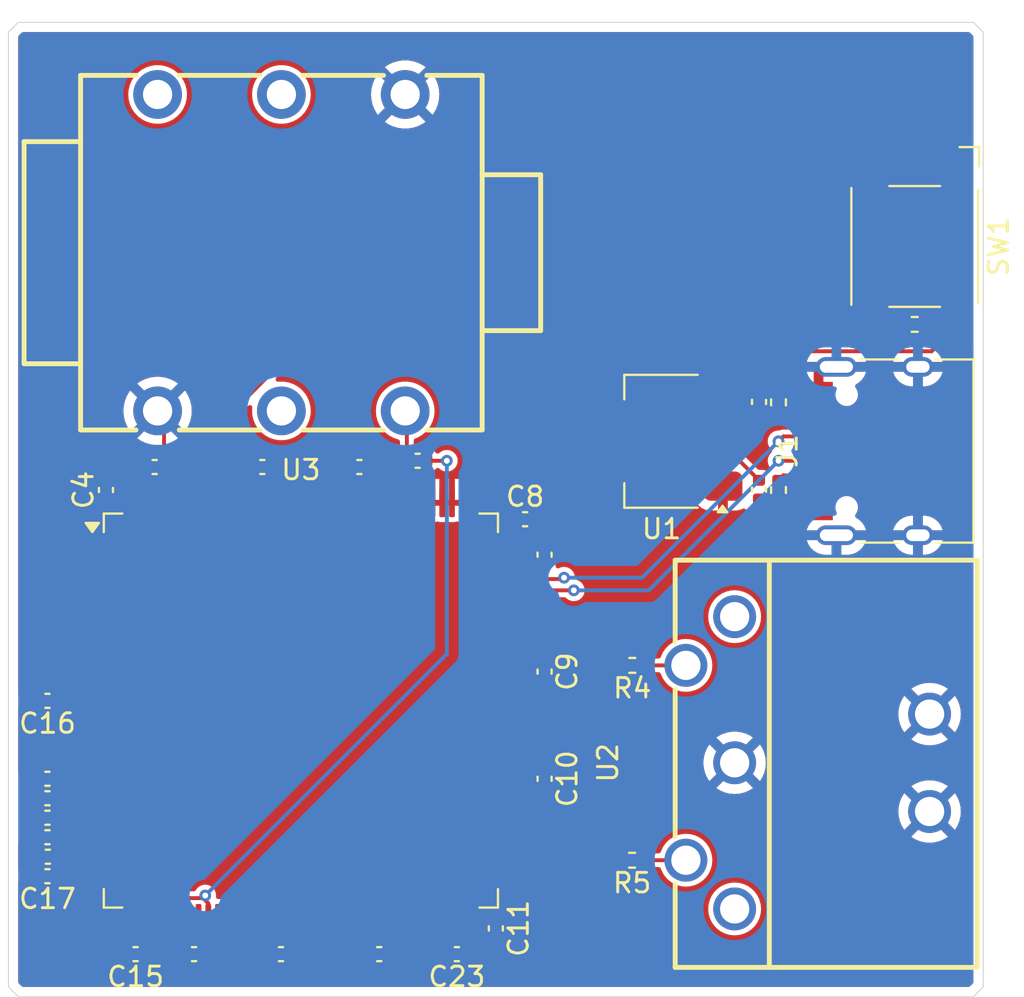
<source format=kicad_pcb>
(kicad_pcb (version 20240108) (generator "pcbnew") (generator_version "8.0")
  (layers (0 "F.Cu" signal) (31 "B.Cu" signal) (34 "B.Paste" user) (35 "F.Paste" user) (36 "B.SilkS" user "B.Silkscreen") (37 "F.SilkS" user "F.Silkscreen") (38 "B.Mask" user) (39 "F.Mask" user) (44 "Edge.Cuts" user))
  (net 0 "")
  (net 1 "GND")
  (net 2 "+3V3")
  (net 3 "VBUS")
  (net 4 "Net-(U3-NRST)")
  (net 5 "Net-(U3-PC4)")
  (net 6 "Net-(U3-PA7)")
  (net 7 "Net-(U3-PA4)")
  (net 8 "Net-(C23-Pad1)")
  (net 9 "Net-(C24-Pad1)")
  (net 10 "Net-(U3-PA11)")
  (net 11 "Net-(J1-CC2)")
  (net 12 "Net-(J1-CC1)")
  (net 13 "Net-(U3-PA12)")
  (net 16 "Net-(U3-BOOT0)")
  (net 17 "Net-(R4-Pad1)")
  (net 18 "Net-(R5-Pad1)")
  (net 19 "Net-(U3-PB14)")
  (net 22 "Net-(CN1-T)")
  (footprint "Capacitor_SMD:C_0402_1005Metric" (layer "F.Cu") (at 52.012792 84.82 180)
    (property "Reference" "C16" (at 0 -1.16 0) (layer "F.SilkS"))
    (property "Value" "100nF")
    (pad "1" smd roundrect (at -0.48 0 180) (size 0.56 0.62) (layers "F.Cu" "F.Paste" "F.Mask") (net 2 "+3V3"))
    (pad "2" smd roundrect (at 0.48 0 180) (size 0.56 0.62) (layers "F.Cu" "F.Paste" "F.Mask") (net 1 "GND"))
  )
  (footprint "Capacitor_SMD:C_0402_1005Metric" (layer "F.Cu") (at 69.032792 97.82)
    (property "Reference" "C12" (hide yes))
    (property "Value" "1uF")
    (pad "1" smd roundrect (at -0.48 0) (size 0.56 0.62) (layers "F.Cu" "F.Paste" "F.Mask") (net 2 "+3V3"))
    (pad "2" smd roundrect (at 0.48 0) (size 0.56 0.62) (layers "F.Cu" "F.Paste" "F.Mask") (net 1 "GND"))
  )
  (footprint "Capacitor_SMD:C_0402_1005Metric" (layer "F.Cu") (at 77.512792 83.32 -90)
    (property "Reference" "C9" (at 0 -1.16 90) (layer "F.SilkS"))
    (property "Value" "100nF")
    (pad "1" smd roundrect (at -0.48 0 270) (size 0.56 0.62) (layers "F.Cu" "F.Paste" "F.Mask") (net 2 "+3V3"))
    (pad "2" smd roundrect (at 0.48 0 270) (size 0.56 0.62) (layers "F.Cu" "F.Paste" "F.Mask") (net 1 "GND"))
  )
  (footprint "Package_QFP:LQFP-144_20x20mm_P0.5mm" (layer "F.Cu") (at 65.012792 85.32)
    (property "Reference" "U3" (at 0 -12.35 0) (layer "F.SilkS"))
    (property "Value" "STM32H743ZITx")
    (pad "1" smd roundrect (at -10.6625 -8.75) (size 1.475 0.3) (layers "F.Cu" "F.Paste" "F.Mask") (net 1 "GND"))
    (pad "2" smd roundrect (at -10.6625 -8.25) (size 1.475 0.3) (layers "F.Cu" "F.Paste" "F.Mask") (net 1 "GND"))
    (pad "3" smd roundrect (at -10.6625 -7.75) (size 1.475 0.3) (layers "F.Cu" "F.Paste" "F.Mask") (net 1 "GND"))
    (pad "4" smd roundrect (at -10.6625 -7.25) (size 1.475 0.3) (layers "F.Cu" "F.Paste" "F.Mask") (net 1 "GND"))
    (pad "5" smd roundrect (at -10.6625 -6.75) (size 1.475 0.3) (layers "F.Cu" "F.Paste" "F.Mask") (net 1 "GND"))
    (pad "6" smd roundrect (at -10.6625 -6.25) (size 1.475 0.3) (layers "F.Cu" "F.Paste" "F.Mask") (net 1 "GND"))
    (pad "7" smd roundrect (at -10.6625 -5.75) (size 1.475 0.3) (layers "F.Cu" "F.Paste" "F.Mask") (net 1 "GND"))
    (pad "8" smd roundrect (at -10.6625 -5.25) (size 1.475 0.3) (layers "F.Cu" "F.Paste" "F.Mask") (net 1 "GND"))
    (pad "9" smd roundrect (at -10.6625 -4.75) (size 1.475 0.3) (layers "F.Cu" "F.Paste" "F.Mask") (net 1 "GND"))
    (pad "10" smd roundrect (at -10.6625 -4.25) (size 1.475 0.3) (layers "F.Cu" "F.Paste" "F.Mask") (net 1 "GND"))
    (pad "11" smd roundrect (at -10.6625 -3.75) (size 1.475 0.3) (layers "F.Cu" "F.Paste" "F.Mask") (net 1 "GND"))
    (pad "12" smd roundrect (at -10.6625 -3.25) (size 1.475 0.3) (layers "F.Cu" "F.Paste" "F.Mask") (net 1 "GND"))
    (pad "13" smd roundrect (at -10.6625 -2.75) (size 1.475 0.3) (layers "F.Cu" "F.Paste" "F.Mask") (net 1 "GND"))
    (pad "14" smd roundrect (at -10.6625 -2.25) (size 1.475 0.3) (layers "F.Cu" "F.Paste" "F.Mask") (net 1 "GND"))
    (pad "15" smd roundrect (at -10.6625 -1.75) (size 1.475 0.3) (layers "F.Cu" "F.Paste" "F.Mask") (net 1 "GND"))
    (pad "16" smd roundrect (at -10.6625 -1.25) (size 1.475 0.3) (layers "F.Cu" "F.Paste" "F.Mask") (net 1 "GND"))
    (pad "17" smd roundrect (at -10.6625 -0.75) (size 1.475 0.3) (layers "F.Cu" "F.Paste" "F.Mask") (net 2 "+3V3"))
    (pad "18" smd roundrect (at -10.6625 -0.25) (size 1.475 0.3) (layers "F.Cu" "F.Paste" "F.Mask") (net 1 "GND"))
    (pad "19" smd roundrect (at -10.6625 0.25) (size 1.475 0.3) (layers "F.Cu" "F.Paste" "F.Mask") (net 1 "GND"))
    (pad "20" smd roundrect (at -10.6625 0.75) (size 1.475 0.3) (layers "F.Cu" "F.Paste" "F.Mask") (net 1 "GND"))
    (pad "21" smd roundrect (at -10.6625 1.25) (size 1.475 0.3) (layers "F.Cu" "F.Paste" "F.Mask") (net 1 "GND"))
    (pad "22" smd roundrect (at -10.6625 1.75) (size 1.475 0.3) (layers "F.Cu" "F.Paste" "F.Mask") (net 1 "GND"))
    (pad "23" smd roundrect (at -10.6625 2.25) (size 1.475 0.3) (layers "F.Cu" "F.Paste" "F.Mask") (net 1 "GND"))
    (pad "24" smd roundrect (at -10.6625 2.75) (size 1.475 0.3) (layers "F.Cu" "F.Paste" "F.Mask") (net 1 "GND"))
    (pad "25" smd roundrect (at -10.6625 3.25) (size 1.475 0.3) (layers "F.Cu" "F.Paste" "F.Mask") (net 4 "Net-(U3-NRST)"))
    (pad "26" smd roundrect (at -10.6625 3.75) (size 1.475 0.3) (layers "F.Cu" "F.Paste" "F.Mask") (net 1 "GND"))
    (pad "27" smd roundrect (at -10.6625 4.25) (size 1.475 0.3) (layers "F.Cu" "F.Paste" "F.Mask") (net 1 "GND"))
    (pad "28" smd roundrect (at -10.6625 4.75) (size 1.475 0.3) (layers "F.Cu" "F.Paste" "F.Mask") (net 1 "GND"))
    (pad "29" smd roundrect (at -10.6625 5.25) (size 1.475 0.3) (layers "F.Cu" "F.Paste" "F.Mask") (net 1 "GND"))
    (pad "30" smd roundrect (at -10.6625 5.75) (size 1.475 0.3) (layers "F.Cu" "F.Paste" "F.Mask") (net 2 "+3V3"))
    (pad "31" smd roundrect (at -10.6625 6.25) (size 1.475 0.3) (layers "F.Cu" "F.Paste" "F.Mask") (net 1 "GND"))
    (pad "32" smd roundrect (at -10.6625 6.75) (size 1.475 0.3) (layers "F.Cu" "F.Paste" "F.Mask") (net 2 "+3V3"))
    (pad "33" smd roundrect (at -10.6625 7.25) (size 1.475 0.3) (layers "F.Cu" "F.Paste" "F.Mask") (net 2 "+3V3"))
    (pad "34" smd roundrect (at -10.6625 7.75) (size 1.475 0.3) (layers "F.Cu" "F.Paste" "F.Mask") (net 1 "GND"))
    (pad "35" smd roundrect (at -10.6625 8.25) (size 1.475 0.3) (layers "F.Cu" "F.Paste" "F.Mask") (net 1 "GND"))
    (pad "36" smd roundrect (at -10.6625 8.75) (size 1.475 0.3) (layers "F.Cu" "F.Paste" "F.Mask") (net 1 "GND"))
    (pad "37" smd roundrect (at -8.75 10.6625) (size 0.3 1.475) (layers "F.Cu" "F.Paste" "F.Mask") (net 1 "GND"))
    (pad "38" smd roundrect (at -8.25 10.6625) (size 0.3 1.475) (layers "F.Cu" "F.Paste" "F.Mask") (net 1 "GND"))
    (pad "39" smd roundrect (at -7.75 10.6625) (size 0.3 1.475) (layers "F.Cu" "F.Paste" "F.Mask") (net 2 "+3V3"))
    (pad "40" smd roundrect (at -7.25 10.6625) (size 0.3 1.475) (layers "F.Cu" "F.Paste" "F.Mask") (net 7 "Net-(U3-PA4)"))
    (pad "41" smd roundrect (at -6.75 10.6625) (size 0.3 1.475) (layers "F.Cu" "F.Paste" "F.Mask") (net 1 "GND"))
    (pad "42" smd roundrect (at -6.25 10.6625) (size 0.3 1.475) (layers "F.Cu" "F.Paste" "F.Mask") (net 1 "GND"))
    (pad "43" smd roundrect (at -5.75 10.6625) (size 0.3 1.475) (layers "F.Cu" "F.Paste" "F.Mask") (net 6 "Net-(U3-PA7)"))
    (pad "44" smd roundrect (at -5.25 10.6625) (size 0.3 1.475) (layers "F.Cu" "F.Paste" "F.Mask") (net 5 "Net-(U3-PC4)"))
    (pad "45" smd roundrect (at -4.75 10.6625) (size 0.3 1.475) (layers "F.Cu" "F.Paste" "F.Mask") (net 7 "Net-(U3-PA4)"))
    (pad "46" smd roundrect (at -4.25 10.6625) (size 0.3 1.475) (layers "F.Cu" "F.Paste" "F.Mask") (net 1 "GND"))
    (pad "47" smd roundrect (at -3.75 10.6625) (size 0.3 1.475) (layers "F.Cu" "F.Paste" "F.Mask") (net 1 "GND"))
    (pad "48" smd roundrect (at -3.25 10.6625) (size 0.3 1.475) (layers "F.Cu" "F.Paste" "F.Mask") (net 1 "GND"))
    (pad "49" smd roundrect (at -2.75 10.6625) (size 0.3 1.475) (layers "F.Cu" "F.Paste" "F.Mask") (net 1 "GND"))
    (pad "50" smd roundrect (at -2.25 10.6625) (size 0.3 1.475) (layers "F.Cu" "F.Paste" "F.Mask") (net 1 "GND"))
    (pad "51" smd roundrect (at -1.75 10.6625) (size 0.3 1.475) (layers "F.Cu" "F.Paste" "F.Mask") (net 1 "GND"))
    (pad "52" smd roundrect (at -1.25 10.6625) (size 0.3 1.475) (layers "F.Cu" "F.Paste" "F.Mask") (net 2 "+3V3"))
    (pad "53" smd roundrect (at -0.75 10.6625) (size 0.3 1.475) (layers "F.Cu" "F.Paste" "F.Mask") (net 1 "GND"))
    (pad "54" smd roundrect (at -0.25 10.6625) (size 0.3 1.475) (layers "F.Cu" "F.Paste" "F.Mask") (net 1 "GND"))
    (pad "55" smd roundrect (at 0.25 10.6625) (size 0.3 1.475) (layers "F.Cu" "F.Paste" "F.Mask") (net 1 "GND"))
    (pad "56" smd roundrect (at 0.75 10.6625) (size 0.3 1.475) (layers "F.Cu" "F.Paste" "F.Mask") (net 1 "GND"))
    (pad "57" smd roundrect (at 1.25 10.6625) (size 0.3 1.475) (layers "F.Cu" "F.Paste" "F.Mask") (net 1 "GND"))
    (pad "58" smd roundrect (at 1.75 10.6625) (size 0.3 1.475) (layers "F.Cu" "F.Paste" "F.Mask") (net 1 "GND"))
    (pad "59" smd roundrect (at 2.25 10.6625) (size 0.3 1.475) (layers "F.Cu" "F.Paste" "F.Mask") (net 1 "GND"))
    (pad "60" smd roundrect (at 2.75 10.6625) (size 0.3 1.475) (layers "F.Cu" "F.Paste" "F.Mask") (net 1 "GND"))
    (pad "61" smd roundrect (at 3.25 10.6625) (size 0.3 1.475) (layers "F.Cu" "F.Paste" "F.Mask") (net 1 "GND"))
    (pad "62" smd roundrect (at 3.75 10.6625) (size 0.3 1.475) (layers "F.Cu" "F.Paste" "F.Mask") (net 2 "+3V3"))
    (pad "63" smd roundrect (at 4.25 10.6625) (size 0.3 1.475) (layers "F.Cu" "F.Paste" "F.Mask") (net 1 "GND"))
    (pad "64" smd roundrect (at 4.75 10.6625) (size 0.3 1.475) (layers "F.Cu" "F.Paste" "F.Mask") (net 1 "GND"))
    (pad "65" smd roundrect (at 5.25 10.6625) (size 0.3 1.475) (layers "F.Cu" "F.Paste" "F.Mask") (net 1 "GND"))
    (pad "66" smd roundrect (at 5.75 10.6625) (size 0.3 1.475) (layers "F.Cu" "F.Paste" "F.Mask") (net 1 "GND"))
    (pad "67" smd roundrect (at 6.25 10.6625) (size 0.3 1.475) (layers "F.Cu" "F.Paste" "F.Mask") (net 1 "GND"))
    (pad "68" smd roundrect (at 6.75 10.6625) (size 0.3 1.475) (layers "F.Cu" "F.Paste" "F.Mask") (net 1 "GND"))
    (pad "69" smd roundrect (at 7.25 10.6625) (size 0.3 1.475) (layers "F.Cu" "F.Paste" "F.Mask") (net 1 "GND"))
    (pad "70" smd roundrect (at 7.75 10.6625) (size 0.3 1.475) (layers "F.Cu" "F.Paste" "F.Mask") (net 1 "GND"))
    (pad "71" smd roundrect (at 8.25 10.6625) (size 0.3 1.475) (layers "F.Cu" "F.Paste" "F.Mask") (net 8 "Net-(C23-Pad1)"))
    (pad "72" smd roundrect (at 8.75 10.6625) (size 0.3 1.475) (layers "F.Cu" "F.Paste" "F.Mask") (net 2 "+3V3"))
    (pad "73" smd roundrect (at 10.6625 8.75) (size 1.475 0.3) (layers "F.Cu" "F.Paste" "F.Mask") (net 1 "GND"))
    (pad "74" smd roundrect (at 10.6625 8.25) (size 1.475 0.3) (layers "F.Cu" "F.Paste" "F.Mask") (net 1 "GND"))
    (pad "75" smd roundrect (at 10.6625 7.75) (size 1.475 0.3) (layers "F.Cu" "F.Paste" "F.Mask") (net 19 "Net-(U3-PB14)"))
    (pad "76" smd roundrect (at 10.6625 7.25) (size 1.475 0.3) (layers "F.Cu" "F.Paste" "F.Mask") (net 1 "GND"))
    (pad "77" smd roundrect (at 10.6625 6.75) (size 1.475 0.3) (layers "F.Cu" "F.Paste" "F.Mask") (net 1 "GND"))
    (pad "78" smd roundrect (at 10.6625 6.25) (size 1.475 0.3) (layers "F.Cu" "F.Paste" "F.Mask") (net 1 "GND"))
    (pad "79" smd roundrect (at 10.6625 5.75) (size 1.475 0.3) (layers "F.Cu" "F.Paste" "F.Mask") (net 1 "GND"))
    (pad "80" smd roundrect (at 10.6625 5.25) (size 1.475 0.3) (layers "F.Cu" "F.Paste" "F.Mask") (net 1 "GND"))
    (pad "81" smd roundrect (at 10.6625 4.75) (size 1.475 0.3) (layers "F.Cu" "F.Paste" "F.Mask") (net 1 "GND"))
    (pad "82" smd roundrect (at 10.6625 4.25) (size 1.475 0.3) (layers "F.Cu" "F.Paste" "F.Mask") (net 1 "GND"))
    (pad "83" smd roundrect (at 10.6625 3.75) (size 1.475 0.3) (layers "F.Cu" "F.Paste" "F.Mask") (net 1 "GND"))
    (pad "84" smd roundrect (at 10.6625 3.25) (size 1.475 0.3) (layers "F.Cu" "F.Paste" "F.Mask") (net 2 "+3V3"))
    (pad "85" smd roundrect (at 10.6625 2.75) (size 1.475 0.3) (layers "F.Cu" "F.Paste" "F.Mask") (net 1 "GND"))
    (pad "86" smd roundrect (at 10.6625 2.25) (size 1.475 0.3) (layers "F.Cu" "F.Paste" "F.Mask") (net 1 "GND"))
    (pad "87" smd roundrect (at 10.6625 1.75) (size 1.475 0.3) (layers "F.Cu" "F.Paste" "F.Mask") (net 1 "GND"))
    (pad "88" smd roundrect (at 10.6625 1.25) (size 1.475 0.3) (layers "F.Cu" "F.Paste" "F.Mask") (net 1 "GND"))
    (pad "89" smd roundrect (at 10.6625 0.75) (size 1.475 0.3) (layers "F.Cu" "F.Paste" "F.Mask") (net 1 "GND"))
    (pad "90" smd roundrect (at 10.6625 0.25) (size 1.475 0.3) (layers "F.Cu" "F.Paste" "F.Mask") (net 1 "GND"))
    (pad "91" smd roundrect (at 10.6625 -0.25) (size 1.475 0.3) (layers "F.Cu" "F.Paste" "F.Mask") (net 1 "GND"))
    (pad "92" smd roundrect (at 10.6625 -0.75) (size 1.475 0.3) (layers "F.Cu" "F.Paste" "F.Mask") (net 1 "GND"))
    (pad "93" smd roundrect (at 10.6625 -1.25) (size 1.475 0.3) (layers "F.Cu" "F.Paste" "F.Mask") (net 1 "GND"))
    (pad "94" smd roundrect (at 10.6625 -1.75) (size 1.475 0.3) (layers "F.Cu" "F.Paste" "F.Mask") (net 1 "GND"))
    (pad "95" smd roundrect (at 10.6625 -2.25) (size 1.475 0.3) (layers "F.Cu" "F.Paste" "F.Mask") (net 2 "+3V3"))
    (pad "96" smd roundrect (at 10.6625 -2.75) (size 1.475 0.3) (layers "F.Cu" "F.Paste" "F.Mask") (net 1 "GND"))
    (pad "97" smd roundrect (at 10.6625 -3.25) (size 1.475 0.3) (layers "F.Cu" "F.Paste" "F.Mask") (net 1 "GND"))
    (pad "98" smd roundrect (at 10.6625 -3.75) (size 1.475 0.3) (layers "F.Cu" "F.Paste" "F.Mask") (net 1 "GND"))
    (pad "99" smd roundrect (at 10.6625 -4.25) (size 1.475 0.3) (layers "F.Cu" "F.Paste" "F.Mask") (net 1 "GND"))
    (pad "100" smd roundrect (at 10.6625 -4.75) (size 1.475 0.3) (layers "F.Cu" "F.Paste" "F.Mask") (net 1 "GND"))
    (pad "101" smd roundrect (at 10.6625 -5.25) (size 1.475 0.3) (layers "F.Cu" "F.Paste" "F.Mask") (net 1 "GND"))
    (pad "102" smd roundrect (at 10.6625 -5.75) (size 1.475 0.3) (layers "F.Cu" "F.Paste" "F.Mask") (net 1 "GND"))
    (pad "103" smd roundrect (at 10.6625 -6.25) (size 1.475 0.3) (layers "F.Cu" "F.Paste" "F.Mask") (net 10 "Net-(U3-PA11)"))
    (pad "104" smd roundrect (at 10.6625 -6.75) (size 1.475 0.3) (layers "F.Cu" "F.Paste" "F.Mask") (net 13 "Net-(U3-PA12)"))
    (pad "105" smd roundrect (at 10.6625 -7.25) (size 1.475 0.3) (layers "F.Cu" "F.Paste" "F.Mask") (net 1 "GND"))
    (pad "106" smd roundrect (at 10.6625 -7.75) (size 1.475 0.3) (layers "F.Cu" "F.Paste" "F.Mask") (net 9 "Net-(C24-Pad1)"))
    (pad "107" smd roundrect (at 10.6625 -8.25) (size 1.475 0.3) (layers "F.Cu" "F.Paste" "F.Mask") (net 1 "GND"))
    (pad "108" smd roundrect (at 10.6625 -8.75) (size 1.475 0.3) (layers "F.Cu" "F.Paste" "F.Mask") (net 2 "+3V3"))
    (pad "109" smd roundrect (at 8.75 -10.6625) (size 0.3 1.475) (layers "F.Cu" "F.Paste" "F.Mask") (net 1 "GND"))
    (pad "110" smd roundrect (at 8.25 -10.6625) (size 0.3 1.475) (layers "F.Cu" "F.Paste" "F.Mask") (net 1 "GND"))
    (pad "111" smd roundrect (at 7.75 -10.6625) (size 0.3 1.475) (layers "F.Cu" "F.Paste" "F.Mask") (net 1 "GND"))
    (pad "112" smd roundrect (at 7.25 -10.6625) (size 0.3 1.475) (layers "F.Cu" "F.Paste" "F.Mask") (net 1 "GND"))
    (pad "113" smd roundrect (at 6.75 -10.6625) (size 0.3 1.475) (layers "F.Cu" "F.Paste" "F.Mask") (net 1 "GND"))
    (pad "114" smd roundrect (at 6.25 -10.6625) (size 0.3 1.475) (layers "F.Cu" "F.Paste" "F.Mask") (net 1 "GND"))
    (pad "115" smd roundrect (at 5.75 -10.6625) (size 0.3 1.475) (layers "F.Cu" "F.Paste" "F.Mask") (net 1 "GND"))
    (pad "116" smd roundrect (at 5.25 -10.6625) (size 0.3 1.475) (layers "F.Cu" "F.Paste" "F.Mask") (net 1 "GND"))
    (pad "117" smd roundrect (at 4.75 -10.6625) (size 0.3 1.475) (layers "F.Cu" "F.Paste" "F.Mask") (net 1 "GND"))
    (pad "118" smd roundrect (at 4.25 -10.6625) (size 0.3 1.475) (layers "F.Cu" "F.Paste" "F.Mask") (net 1 "GND"))
    (pad "119" smd roundrect (at 3.75 -10.6625) (size 0.3 1.475) (layers "F.Cu" "F.Paste" "F.Mask") (net 1 "GND"))
    (pad "120" smd roundrect (at 3.25 -10.6625) (size 0.3 1.475) (layers "F.Cu" "F.Paste" "F.Mask") (net 1 "GND"))
    (pad "121" smd roundrect (at 2.75 -10.6625) (size 0.3 1.475) (layers "F.Cu" "F.Paste" "F.Mask") (net 2 "+3V3"))
    (pad "122" smd roundrect (at 2.25 -10.6625) (size 0.3 1.475) (layers "F.Cu" "F.Paste" "F.Mask") (net 1 "GND"))
    (pad "123" smd roundrect (at 1.75 -10.6625) (size 0.3 1.475) (layers "F.Cu" "F.Paste" "F.Mask") (net 1 "GND"))
    (pad "124" smd roundrect (at 1.25 -10.6625) (size 0.3 1.475) (layers "F.Cu" "F.Paste" "F.Mask") (net 1 "GND"))
    (pad "125" smd roundrect (at 0.75 -10.6625) (size 0.3 1.475) (layers "F.Cu" "F.Paste" "F.Mask") (net 1 "GND"))
    (pad "126" smd roundrect (at 0.25 -10.6625) (size 0.3 1.475) (layers "F.Cu" "F.Paste" "F.Mask") (net 1 "GND"))
    (pad "127" smd roundrect (at -0.25 -10.6625) (size 0.3 1.475) (layers "F.Cu" "F.Paste" "F.Mask") (net 1 "GND"))
    (pad "128" smd roundrect (at -0.75 -10.6625) (size 0.3 1.475) (layers "F.Cu" "F.Paste" "F.Mask") (net 1 "GND"))
    (pad "129" smd roundrect (at -1.25 -10.6625) (size 0.3 1.475) (layers "F.Cu" "F.Paste" "F.Mask") (net 1 "GND"))
    (pad "130" smd roundrect (at -1.75 -10.6625) (size 0.3 1.475) (layers "F.Cu" "F.Paste" "F.Mask") (net 1 "GND"))
    (pad "131" smd roundrect (at -2.25 -10.6625) (size 0.3 1.475) (layers "F.Cu" "F.Paste" "F.Mask") (net 2 "+3V3"))
    (pad "132" smd roundrect (at -2.75 -10.6625) (size 0.3 1.475) (layers "F.Cu" "F.Paste" "F.Mask") (net 1 "GND"))
    (pad "133" smd roundrect (at -3.25 -10.6625) (size 0.3 1.475) (layers "F.Cu" "F.Paste" "F.Mask") (net 1 "GND"))
    (pad "134" smd roundrect (at -3.75 -10.6625) (size 0.3 1.475) (layers "F.Cu" "F.Paste" "F.Mask") (net 1 "GND"))
    (pad "135" smd roundrect (at -4.25 -10.6625) (size 0.3 1.475) (layers "F.Cu" "F.Paste" "F.Mask") (net 1 "GND"))
    (pad "136" smd roundrect (at -4.75 -10.6625) (size 0.3 1.475) (layers "F.Cu" "F.Paste" "F.Mask") (net 1 "GND"))
    (pad "137" smd roundrect (at -5.25 -10.6625) (size 0.3 1.475) (layers "F.Cu" "F.Paste" "F.Mask") (net 1 "GND"))
    (pad "138" smd roundrect (at -5.75 -10.6625) (size 0.3 1.475) (layers "F.Cu" "F.Paste" "F.Mask") (net 16 "Net-(U3-BOOT0)"))
    (pad "139" smd roundrect (at -6.25 -10.6625) (size 0.3 1.475) (layers "F.Cu" "F.Paste" "F.Mask") (net 1 "GND"))
    (pad "140" smd roundrect (at -6.75 -10.6625) (size 0.3 1.475) (layers "F.Cu" "F.Paste" "F.Mask") (net 1 "GND"))
    (pad "141" smd roundrect (at -7.25 -10.6625) (size 0.3 1.475) (layers "F.Cu" "F.Paste" "F.Mask") (net 1 "GND"))
    (pad "142" smd roundrect (at -7.75 -10.6625) (size 0.3 1.475) (layers "F.Cu" "F.Paste" "F.Mask") (net 1 "GND"))
    (pad "143" smd roundrect (at -8.25 -10.6625) (size 0.3 1.475) (layers "F.Cu" "F.Paste" "F.Mask") (net 2 "+3V3"))
    (pad "144" smd roundrect (at -8.75 -10.6625) (size 0.3 1.475) (layers "F.Cu" "F.Paste" "F.Mask") (net 2 "+3V3"))
  )
  (footprint "Capacitor_SMD:C_0402_1005Metric" (layer "F.Cu") (at 88.512792 73.98 -90)
    (property "Reference" "C19" (hide yes))
    (property "Value" "10uF")
    (pad "1" smd roundrect (at -0.48 0 270) (size 0.56 0.62) (layers "F.Cu" "F.Paste" "F.Mask") (net 2 "+3V3"))
    (pad "2" smd roundrect (at 0.48 0 270) (size 0.56 0.62) (layers "F.Cu" "F.Paste" "F.Mask") (net 1 "GND"))
  )
  (footprint "Resistor_SMD:R_0402_1005Metric" (layer "F.Cu") (at 89.512792 74 -90)
    (property "Reference" "R3" (hide yes))
    (property "Value" "5.1K")
    (pad "1" smd roundrect (at -0.51 0 270) (size 0.54 0.64) (layers "F.Cu" "F.Paste" "F.Mask") (net 12 "Net-(J1-CC1)"))
    (pad "2" smd roundrect (at 0.51 0 270) (size 0.54 0.64) (layers "F.Cu" "F.Paste" "F.Mask") (net 1 "GND"))
  )
  (footprint "audio:AUDIO-TH_NMJ6HCD2" (layer "F.Cu") (at 64.012792 61.82 180)
    (property "Reference" "CN1" (hide yes))
    (property "Value" "NMJ6HCD2")
    (pad "1" thru_hole circle (at -6.35 -8.12 180) (size 2.5 2.5) (drill 1.500022) (layers "*.Cu" "*.Mask") (net 22 "Net-(CN1-T)"))
    (pad "2" thru_hole circle (at 0 -8.12 180) (size 2.5 2.5) (drill 1.500022) (layers "*.Cu" "*.Mask"))
    (pad "3" thru_hole circle (at 6.35 -8.12 180) (size 2.5 2.5) (drill 1.500022) (layers "*.Cu" "*.Mask") (net 1 "GND"))
    (pad "4" thru_hole circle (at -6.35 8.12 180) (size 2.5 2.5) (drill 1.500022) (layers "*.Cu" "*.Mask") (net 1 "GND"))
    (pad "5" thru_hole circle (at 0 8.12 180) (size 2.5 2.5) (drill 1.500022) (layers "*.Cu" "*.Mask"))
    (pad "6" thru_hole circle (at 6.35 8.12 180) (size 2.5 2.5) (drill 1.500022) (layers "*.Cu" "*.Mask"))
  )
  (footprint "Capacitor_SMD:C_0402_1005Metric" (layer "F.Cu") (at 57.512792 72.82)
    (property "Reference" "C5" (hide yes))
    (property "Value" "100nF")
    (pad "1" smd roundrect (at -0.48 0) (size 0.56 0.62) (layers "F.Cu" "F.Paste" "F.Mask") (net 2 "+3V3"))
    (pad "2" smd roundrect (at 0.48 0) (size 0.56 0.62) (layers "F.Cu" "F.Paste" "F.Mask") (net 1 "GND"))
  )
  (footprint "Button_Switch_SMD:SW_SPST_Omron_B3FS-100xP" (layer "F.Cu") (at 96.5 61.5 -90)
    (property "Reference" "SW1" (at 0 -4.3 90) (layer "F.SilkS"))
    (property "Value" "SW_Omron_B3FS")
    (pad "1" smd rect (at -4 -2.25 90) (size 1.6 1.4) (layers "F.Cu" "F.Paste" "F.Mask") (net 2 "+3V3"))
    (pad "1" smd rect (at 4 -2.25 90) (size 1.6 1.4) (layers "F.Cu" "F.Paste" "F.Mask") (net 2 "+3V3"))
    (pad "2" smd rect (at -4 2.25 90) (size 1.6 1.4) (layers "F.Cu" "F.Paste" "F.Mask") (net 16 "Net-(U3-BOOT0)"))
    (pad "2" smd rect (at 4 2.25 90) (size 1.6 1.4) (layers "F.Cu" "F.Paste" "F.Mask") (net 16 "Net-(U3-BOOT0)"))
  )
  (footprint "Connector_USB:USB_C_Receptacle_HRO_TYPE-C-31-M-12" (layer "F.Cu") (at 95.612792 72 90)
    (property "Reference" "J1" (at 0 -5.645 90) (layer "F.SilkS"))
    (property "Value" "USB_C_Receptacle_USB2.0_16P")
    (pad "" np_thru_hole circle (at -2.89 -2.6 90) (size 0.65 0.65) (drill 0.65) (layers "*.Cu" "*.Mask"))
    (pad "" np_thru_hole circle (at 2.89 -2.6 90) (size 0.65 0.65) (drill 0.65) (layers "*.Cu" "*.Mask"))
    (pad "A1" smd rect (at -3.25 -4.045 90) (size 0.6 1.45) (layers "F.Cu" "F.Paste" "F.Mask") (net 1 "GND"))
    (pad "A4" smd rect (at -2.45 -4.045 90) (size 0.6 1.45) (layers "F.Cu" "F.Paste" "F.Mask") (net 3 "VBUS"))
    (pad "A5" smd rect (at -1.25 -4.045 90) (size 0.3 1.45) (layers "F.Cu" "F.Paste" "F.Mask") (net 12 "Net-(J1-CC1)"))
    (pad "A6" smd rect (at -0.25 -4.045 90) (size 0.3 1.45) (layers "F.Cu" "F.Paste" "F.Mask") (net 13 "Net-(U3-PA12)"))
    (pad "A7" smd rect (at 0.25 -4.045 90) (size 0.3 1.45) (layers "F.Cu" "F.Paste" "F.Mask") (net 10 "Net-(U3-PA11)"))
    (pad "A8" smd rect (at 1.25 -4.045 90) (size 0.3 1.45) (layers "F.Cu" "F.Paste" "F.Mask"))
    (pad "A9" smd rect (at 2.45 -4.045 90) (size 0.6 1.45) (layers "F.Cu" "F.Paste" "F.Mask") (net 3 "VBUS"))
    (pad "A12" smd rect (at 3.25 -4.045 90) (size 0.6 1.45) (layers "F.Cu" "F.Paste" "F.Mask") (net 1 "GND"))
    (pad "B1" smd rect (at 3.25 -4.045 90) (size 0.6 1.45) (layers "F.Cu" "F.Paste" "F.Mask") (net 1 "GND"))
    (pad "B4" smd rect (at 2.45 -4.045 90) (size 0.6 1.45) (layers "F.Cu" "F.Paste" "F.Mask") (net 3 "VBUS"))
    (pad "B5" smd rect (at 1.75 -4.045 90) (size 0.3 1.45) (layers "F.Cu" "F.Paste" "F.Mask") (net 11 "Net-(J1-CC2)"))
    (pad "B6" smd rect (at 0.75 -4.045 90) (size 0.3 1.45) (layers "F.Cu" "F.Paste" "F.Mask") (net 13 "Net-(U3-PA12)"))
    (pad "B7" smd rect (at -0.75 -4.045 90) (size 0.3 1.45) (layers "F.Cu" "F.Paste" "F.Mask") (net 10 "Net-(U3-PA11)"))
    (pad "B8" smd rect (at -1.75 -4.045 90) (size 0.3 1.45) (layers "F.Cu" "F.Paste" "F.Mask"))
    (pad "B9" smd rect (at -2.45 -4.045 90) (size 0.6 1.45) (layers "F.Cu" "F.Paste" "F.Mask") (net 3 "VBUS"))
    (pad "B12" smd rect (at -3.25 -4.045 90) (size 0.6 1.45) (layers "F.Cu" "F.Paste" "F.Mask") (net 1 "GND"))
    (pad "S1" thru_hole oval (at -4.32 -3.13 90) (size 1 2.1) (drill oval 0.6 1.7) (layers "*.Cu" "*.Mask") (net 1 "GND"))
    (pad "S1" thru_hole oval (at -4.32 1.05 90) (size 1 1.6) (drill oval 0.6 1.2) (layers "*.Cu" "*.Mask") (net 1 "GND"))
    (pad "S1" thru_hole oval (at 4.32 -3.13 90) (size 1 2.1) (drill oval 0.6 1.7) (layers "*.Cu" "*.Mask") (net 1 "GND"))
    (pad "S1" thru_hole oval (at 4.32 1.05 90) (size 1 1.6) (drill oval 0.6 1.2) (layers "*.Cu" "*.Mask") (net 1 "GND"))
  )
  (footprint "Resistor_SMD:R_0402_1005Metric" (layer "F.Cu") (at 89.512792 69.5 90)
    (property "Reference" "R2" (hide yes))
    (property "Value" "5.1K")
    (pad "1" smd roundrect (at -0.51 0 90) (size 0.54 0.64) (layers "F.Cu" "F.Paste" "F.Mask") (net 11 "Net-(J1-CC2)"))
    (pad "2" smd roundrect (at 0.51 0 90) (size 0.54 0.64) (layers "F.Cu" "F.Paste" "F.Mask") (net 1 "GND"))
  )
  (footprint "Resistor_SMD:R_0402_1005Metric" (layer "F.Cu") (at 96.5 65.5)
    (property "Reference" "R1" (hide yes))
    (property "Value" "10K")
    (pad "1" smd roundrect (at -0.51 0) (size 0.54 0.64) (layers "F.Cu" "F.Paste" "F.Mask") (net 16 "Net-(U3-BOOT0)"))
    (pad "2" smd roundrect (at 0.51 0) (size 0.54 0.64) (layers "F.Cu" "F.Paste" "F.Mask") (net 1 "GND"))
  )
  (footprint "Capacitor_SMD:C_0402_1005Metric" (layer "F.Cu") (at 52.032792 92.82 180)
    (property "Reference" "C1" (hide yes))
    (property "Value" "100nF")
    (pad "1" smd roundrect (at -0.48 0 180) (size 0.56 0.62) (layers "F.Cu" "F.Paste" "F.Mask") (net 2 "+3V3"))
    (pad "2" smd roundrect (at 0.48 0 180) (size 0.56 0.62) (layers "F.Cu" "F.Paste" "F.Mask") (net 1 "GND"))
  )
  (footprint "Capacitor_SMD:C_0402_1005Metric" (layer "F.Cu") (at 68.012792 72.82)
    (property "Reference" "C7" (hide yes))
    (property "Value" "100nF")
    (pad "1" smd roundrect (at -0.48 0) (size 0.56 0.62) (layers "F.Cu" "F.Paste" "F.Mask") (net 2 "+3V3"))
    (pad "2" smd roundrect (at 0.48 0) (size 0.56 0.62) (layers "F.Cu" "F.Paste" "F.Mask") (net 1 "GND"))
  )
  (footprint "Package_TO_SOT_SMD:SOT-223-3_TabPin2" (layer "F.Cu") (at 83.512792 71.5 180)
    (property "Reference" "U1" (at 0 -4.5 0) (layer "F.SilkS"))
    (property "Value" "AMS1117-3.3")
    (pad "1" smd roundrect (at -3.15 -2.3 180) (size 2 1.5) (layers "F.Cu" "F.Paste" "F.Mask") (net 1 "GND"))
    (pad "2" smd roundrect (at -3.15 0 180) (size 2 1.5) (layers "F.Cu" "F.Paste" "F.Mask") (net 2 "+3V3"))
    (pad "2" smd roundrect (at 3.15 0 180) (size 2 3.8) (layers "F.Cu" "F.Paste" "F.Mask") (net 2 "+3V3"))
    (pad "3" smd roundrect (at -3.15 2.3 180) (size 2 1.5) (layers "F.Cu" "F.Paste" "F.Mask") (net 3 "VBUS"))
  )
  (footprint "Capacitor_SMD:C_0402_1005Metric" (layer "F.Cu") (at 88.512792 69.48 -90)
    (property "Reference" "C13" (hide yes))
    (property "Value" "10uF")
    (pad "1" smd roundrect (at -0.48 0 270) (size 0.56 0.62) (layers "F.Cu" "F.Paste" "F.Mask") (net 3 "VBUS"))
    (pad "2" smd roundrect (at 0.48 0 270) (size 0.56 0.62) (layers "F.Cu" "F.Paste" "F.Mask") (net 1 "GND"))
  )
  (footprint "Capacitor_SMD:C_0402_1005Metric" (layer "F.Cu") (at 77.512792 77.32 90)
    (property "Reference" "C24" (hide yes))
    (property "Value" "2.2uF")
    (pad "1" smd roundrect (at -0.48 0 90) (size 0.56 0.62) (layers "F.Cu" "F.Paste" "F.Mask") (net 9 "Net-(C24-Pad1)"))
    (pad "2" smd roundrect (at 0.48 0 90) (size 0.56 0.62) (layers "F.Cu" "F.Paste" "F.Mask") (net 1 "GND"))
  )
  (footprint "din5:CONN-TH_DIN-504D-M5" (layer "F.Cu") (at 91.012792 88 90)
    (property "Reference" "U2" (at 0 -10.25 90) (layer "F.SilkS"))
    (property "Value" "DIN-504D-M5")
    (pad "1" thru_hole circle (at 7.5 -3.75 90) (size 2.2 2.2) (drill 1.500022) (layers "*.Cu" "*.Mask"))
    (pad "2" thru_hole circle (at 0 -3.75 90) (size 2.2 2.2) (drill 1.500022) (layers "*.Cu" "*.Mask") (net 1 "GND"))
    (pad "3" thru_hole circle (at -7.5 -3.75 90) (size 2.2 2.2) (drill 1.500022) (layers "*.Cu" "*.Mask"))
    (pad "4" thru_hole circle (at 5 -6.25 90) (size 2.2 2.2) (drill 1.500022) (layers "*.Cu" "*.Mask") (net 17 "Net-(R4-Pad1)"))
    (pad "5" thru_hole circle (at -5 -6.25 90) (size 2.2 2.2) (drill 1.500022) (layers "*.Cu" "*.Mask") (net 18 "Net-(R5-Pad1)"))
    (pad "6" thru_hole circle (at -2.5 6.25 90) (size 2.2 2.2) (drill 1.500022) (layers "*.Cu" "*.Mask") (net 1 "GND"))
    (pad "7" thru_hole circle (at 2.5 6.25 90) (size 2.2 2.2) (drill 1.500022) (layers "*.Cu" "*.Mask") (net 1 "GND"))
  )
  (footprint "Capacitor_SMD:C_0402_1005Metric" (layer "F.Cu") (at 71 72.5 180)
    (property "Reference" "C22" (hide yes))
    (property "Value" "100nF")
    (pad "1" smd roundrect (at -0.48 0 180) (size 0.56 0.62) (layers "F.Cu" "F.Paste" "F.Mask") (net 7 "Net-(U3-PA4)"))
    (pad "2" smd roundrect (at 0.48 0 180) (size 0.56 0.62) (layers "F.Cu" "F.Paste" "F.Mask") (net 22 "Net-(CN1-T)"))
  )
  (footprint "Capacitor_SMD:C_0402_1005Metric" (layer "F.Cu") (at 52.012792 90.82 180)
    (property "Reference" "C3" (hide yes))
    (property "Value" "100nF")
    (pad "1" smd roundrect (at -0.48 0 180) (size 0.56 0.62) (layers "F.Cu" "F.Paste" "F.Mask") (net 2 "+3V3"))
    (pad "2" smd roundrect (at 0.48 0 180) (size 0.56 0.62) (layers "F.Cu" "F.Paste" "F.Mask") (net 1 "GND"))
  )
  (footprint "Capacitor_SMD:C_0402_1005Metric" (layer "F.Cu") (at 76.512792 75.5)
    (property "Reference" "C8" (at 0 -1.16 0) (layer "F.SilkS"))
    (property "Value" "100nF")
    (pad "1" smd roundrect (at -0.48 0) (size 0.56 0.62) (layers "F.Cu" "F.Paste" "F.Mask") (net 2 "+3V3"))
    (pad "2" smd roundrect (at 0.48 0) (size 0.56 0.62) (layers "F.Cu" "F.Paste" "F.Mask") (net 1 "GND"))
  )
  (footprint "Capacitor_SMD:C_0402_1005Metric" (layer "F.Cu") (at 63.992792 97.82)
    (property "Reference" "C14" (hide yes))
    (property "Value" "100nF")
    (pad "1" smd roundrect (at -0.48 0) (size 0.56 0.62) (layers "F.Cu" "F.Paste" "F.Mask") (net 2 "+3V3"))
    (pad "2" smd roundrect (at 0.48 0) (size 0.56 0.62) (layers "F.Cu" "F.Paste" "F.Mask") (net 1 "GND"))
  )
  (footprint "Capacitor_SMD:C_0402_1005Metric" (layer "F.Cu") (at 52.012792 91.82 180)
    (property "Reference" "C2" (hide yes))
    (property "Value" "100nF")
    (pad "1" smd roundrect (at -0.48 0 180) (size 0.56 0.62) (layers "F.Cu" "F.Paste" "F.Mask") (net 2 "+3V3"))
    (pad "2" smd roundrect (at 0.48 0 180) (size 0.56 0.62) (layers "F.Cu" "F.Paste" "F.Mask") (net 1 "GND"))
  )
  (footprint "Capacitor_SMD:C_0402_1005Metric" (layer "F.Cu") (at 55.012792 74 90)
    (property "Reference" "C4" (at 0 -1.16 90) (layer "F.SilkS"))
    (property "Value" "100nF")
    (pad "1" smd roundrect (at -0.48 0 90) (size 0.56 0.62) (layers "F.Cu" "F.Paste" "F.Mask") (net 2 "+3V3"))
    (pad "2" smd roundrect (at 0.48 0 90) (size 0.56 0.62) (layers "F.Cu" "F.Paste" "F.Mask") (net 1 "GND"))
  )
  (footprint "Capacitor_SMD:C_0402_1005Metric" (layer "F.Cu") (at 63.032792 72.82)
    (property "Reference" "C6" (hide yes))
    (property "Value" "100nF")
    (pad "1" smd roundrect (at -0.48 0) (size 0.56 0.62) (layers "F.Cu" "F.Paste" "F.Mask") (net 2 "+3V3"))
    (pad "2" smd roundrect (at 0.48 0) (size 0.56 0.62) (layers "F.Cu" "F.Paste" "F.Mask") (net 1 "GND"))
  )
  (footprint "Capacitor_SMD:C_0402_1005Metric" (layer "F.Cu") (at 77.512792 88.82 -90)
    (property "Reference" "C10" (at 0 -1.16 90) (layer "F.SilkS"))
    (property "Value" "100nF")
    (pad "1" smd roundrect (at -0.48 0 270) (size 0.56 0.62) (layers "F.Cu" "F.Paste" "F.Mask") (net 2 "+3V3"))
    (pad "2" smd roundrect (at 0.48 0 270) (size 0.56 0.62) (layers "F.Cu" "F.Paste" "F.Mask") (net 1 "GND"))
  )
  (footprint "Capacitor_SMD:C_0402_1005Metric" (layer "F.Cu") (at 73.012792 97.82 180)
    (property "Reference" "C23" (at 0 -1.16 0) (layer "F.SilkS"))
    (property "Value" "2.2uF")
    (pad "1" smd roundrect (at -0.48 0 180) (size 0.56 0.62) (layers "F.Cu" "F.Paste" "F.Mask") (net 8 "Net-(C23-Pad1)"))
    (pad "2" smd roundrect (at 0.48 0 180) (size 0.56 0.62) (layers "F.Cu" "F.Paste" "F.Mask") (net 1 "GND"))
  )
  (footprint "Capacitor_SMD:C_0402_1005Metric" (layer "F.Cu") (at 52.012792 88.82 180)
    (property "Reference" "C20" (hide yes))
    (property "Value" "100nF")
    (pad "1" smd roundrect (at -0.48 0 180) (size 0.56 0.62) (layers "F.Cu" "F.Paste" "F.Mask") (net 4 "Net-(U3-NRST)"))
    (pad "2" smd roundrect (at 0.48 0 180) (size 0.56 0.62) (layers "F.Cu" "F.Paste" "F.Mask") (net 1 "GND"))
  )
  (footprint "Capacitor_SMD:C_0402_1005Metric" (layer "F.Cu") (at 52.012792 93.82 180)
    (property "Reference" "C17" (at 0 -1.16 0) (layer "F.SilkS"))
    (property "Value" "1uF")
    (pad "1" smd roundrect (at -0.48 0 180) (size 0.56 0.62) (layers "F.Cu" "F.Paste" "F.Mask") (net 2 "+3V3"))
    (pad "2" smd roundrect (at 0.48 0 180) (size 0.56 0.62) (layers "F.Cu" "F.Paste" "F.Mask") (net 1 "GND"))
  )
  (footprint "Capacitor_SMD:C_0402_1005Metric" (layer "F.Cu") (at 56.532792 97.82 180)
    (property "Reference" "C15" (at 0 -1.16 0) (layer "F.SilkS"))
    (property "Value" "100nF")
    (pad "1" smd roundrect (at -0.48 0 180) (size 0.56 0.62) (layers "F.Cu" "F.Paste" "F.Mask") (net 2 "+3V3"))
    (pad "2" smd roundrect (at 0.48 0 180) (size 0.56 0.62) (layers "F.Cu" "F.Paste" "F.Mask") (net 1 "GND"))
  )
  (footprint "Capacitor_SMD:C_0402_1005Metric" (layer "F.Cu") (at 52.012792 89.82 180)
    (property "Reference" "C18" (hide yes))
    (property "Value" "4.7uF")
    (pad "1" smd roundrect (at -0.48 0 180) (size 0.56 0.62) (layers "F.Cu" "F.Paste" "F.Mask") (net 2 "+3V3"))
    (pad "2" smd roundrect (at 0.48 0 180) (size 0.56 0.62) (layers "F.Cu" "F.Paste" "F.Mask") (net 1 "GND"))
  )
  (footprint "Resistor_SMD:R_0402_1005Metric" (layer "F.Cu") (at 82.012792 83 180)
    (property "Reference" "R4" (at 0 -1.17 0) (layer "F.SilkS"))
    (property "Value" "10")
    (pad "1" smd roundrect (at -0.51 0 180) (size 0.54 0.64) (layers "F.Cu" "F.Paste" "F.Mask") (net 17 "Net-(R4-Pad1)"))
    (pad "2" smd roundrect (at 0.51 0 180) (size 0.54 0.64) (layers "F.Cu" "F.Paste" "F.Mask") (net 2 "+3V3"))
  )
  (footprint "Capacitor_SMD:C_0402_1005Metric" (layer "F.Cu") (at 59.532792 97.82)
    (property "Reference" "C21" (hide yes))
    (property "Value" "47pF")
    (pad "1" smd roundrect (at -0.48 0) (size 0.56 0.62) (layers "F.Cu" "F.Paste" "F.Mask") (net 6 "Net-(U3-PA7)"))
    (pad "2" smd roundrect (at 0.48 0) (size 0.56 0.62) (layers "F.Cu" "F.Paste" "F.Mask") (net 5 "Net-(U3-PC4)"))
  )
  (footprint "Capacitor_SMD:C_0402_1005Metric" (layer "F.Cu") (at 75.012792 96.5 -90)
    (property "Reference" "C11" (at 0 -1.16 90) (layer "F.SilkS"))
    (property "Value" "100nF")
    (pad "1" smd roundrect (at -0.48 0 270) (size 0.56 0.62) (layers "F.Cu" "F.Paste" "F.Mask") (net 2 "+3V3"))
    (pad "2" smd roundrect (at 0.48 0 270) (size 0.56 0.62) (layers "F.Cu" "F.Paste" "F.Mask") (net 1 "GND"))
  )
  (footprint "Resistor_SMD:R_0402_1005Metric" (layer "F.Cu") (at 82.002792 93 180)
    (property "Reference" "R5" (at 0 -1.17 0) (layer "F.SilkS"))
    (property "Value" "33")
    (pad "1" smd roundrect (at -0.51 0 180) (size 0.54 0.64) (layers "F.Cu" "F.Paste" "F.Mask") (net 18 "Net-(R5-Pad1)"))
    (pad "2" smd roundrect (at 0.51 0 180) (size 0.54 0.64) (layers "F.Cu" "F.Paste" "F.Mask") (net 19 "Net-(U3-PB14)"))
  )
  (gr_line (start 50.512792 100) (end 50.012792 99.5) (stroke (width 0.05)) (layer "Edge.Cuts"))
  (gr_line (start 99.512792 100) (end 50.512792 100) (stroke (width 0.05)) (layer "Edge.Cuts"))
  (gr_line (start 100.012792 50.5) (end 100.012792 99.5) (stroke (width 0.05)) (layer "Edge.Cuts"))
  (gr_line (start 99.512792 50) (end 100.012792 50.5) (stroke (width 0.05)) (layer "Edge.Cuts"))
  (gr_line (start 50.512792 50) (end 99.512792 50) (stroke (width 0.05)) (layer "Edge.Cuts"))
  (gr_line (start 50.012792 50.5) (end 50.512792 50) (stroke (width 0.05)) (layer "Edge.Cuts"))
  (gr_line (start 100.012792 99.5) (end 99.512792 100) (stroke (width 0.05)) (layer "Edge.Cuts"))
  (gr_line (start 50.012792 99.5) (end 50.012792 50.5) (stroke (width 0.05)) (layer "Edge.Cuts"))
  (segment (start 55.387792 88.33759) (end 55.120202 88.07) (width 0.2) (layer "F.Cu") (net 1))
  (segment (start 85.362792 69.854594) (end 85.362792 68.545406) (width 0.2) (layer "F.Cu") (net 1))
  (segment (start 59.030382 75.695) (end 59.495202 75.695) (width 0.2) (layer "F.Cu") (net 1))
  (segment (start 74.637792 77.80241) (end 74.637792 77.33759) (width 0.2) (layer "F.Cu") (net 1))
  (segment (start 58.262792 73.09) (end 57.992792 72.82) (width 0.2) (layer "F.Cu") (net 1))
  (segment (start 85.758198 70.25) (end 85.362792 69.854594) (width 0.2) (layer "F.Cu") (net 1))
  (segment (start 58.762792 75.42741) (end 59.030382 75.695) (width 0.2) (layer "F.Cu") (net 1))
  (segment (start 57.992792 70.18) (end 57.747792 69.935) (width 0.2) (layer "F.Cu") (net 1))
  (segment (start 54.350292 89.07) (end 55.120202 89.07) (width 0.2) (layer "F.Cu") (net 1))
  (segment (start 54.350292 94.07) (end 53.990292 94.43) (width 0.2) (layer "F.Cu") (net 1))
  (segment (start 88.222792 70.25) (end 85.758198 70.25) (width 0.2) (layer "F.Cu") (net 1))
  (segment (start 74.905382 77.07) (end 75.675292 77.07) (width 0.2) (layer "F.Cu") (net 1))
  (segment (start 89.512792 68.99) (end 89.482792 68.99) (width 0.2) (layer "F.Cu") (net 1))
  (segment (start 88.512792 69.96) (end 88.222792 70.25) (width 0.2) (layer "F.Cu") (net 1))
  (segment (start 56.762792 95.9825) (end 56.262792 95.9825) (width 0.2) (layer "F.Cu") (net 1))
  (segment (start 55.387792 88.80241) (end 55.387792 88.33759) (width 0.2) (layer "F.Cu") (net 1))
  (segment (start 59.762792 75.42741) (end 59.762792 74.6575) (width 0.2) (layer "F.Cu") (net 1))
  (segment (start 77.282792 77.07) (end 77.512792 76.84) (width 0.2) (layer "F.Cu") (net 1))
  (segment (start 58.262792 74.6575) (end 58.262792 73.09) (width 0.2) (layer "F.Cu") (net 1))
  (segment (start 57.992792 72.82) (end 57.992792 70.18) (width 0.2) (layer "F.Cu") (net 1))
  (segment (start 56.262792 97.61) (end 56.052792 97.82) (width 0.2) (layer "F.Cu") (net 1))
  (segment (start 75.675292 77.07) (end 77.282792 77.07) (width 0.2) (layer "F.Cu") (net 1))
  (segment (start 74.905382 78.07) (end 74.637792 77.80241) (width 0.2) (layer "F.Cu") (net 1))
  (segment (start 55.120202 88.07) (end 54.350292 88.07) (width 0.2) (layer "F.Cu") (net 1))
  (segment (start 89.482792 68.99) (end 88.512792 69.96) (width 0.2) (layer "F.Cu") (net 1))
  (segment (start 74.637792 77.33759) (end 74.905382 77.07) (width 0.2) (layer "F.Cu") (net 1))
  (segment (start 55.120202 89.07) (end 55.387792 88.80241) (width 0.2) (layer "F.Cu") (net 1))
  (segment (start 53.580382 90.57) (end 54.350292 90.57) (width 0.2) (layer "F.Cu") (net 1))
  (segment (start 75.675292 78.07) (end 74.905382 78.07) (width 0.2) (layer "F.Cu") (net 1))
  (segment (start 58.762792 74.6575) (end 58.762792 75.42741) (width 0.2) (layer "F.Cu") (net 1))
  (segment (start 56.262792 95.9825) (end 56.262792 97.61) (width 0.2) (layer "F.Cu") (net 1))
  (segment (start 58.262792 95.9825) (end 58.762792 95.9825) (width 0.2) (layer "F.Cu") (net 1))
  (segment (start 59.495202 75.695) (end 59.762792 75.42741) (width 0.2) (layer "F.Cu") (net 1))
  (segment (start 86.228198 67.68) (end 92.482792 67.68) (width 0.2) (layer "F.Cu") (net 1))
  (segment (start 53.312792 90.83759) (end 53.580382 90.57) (width 0.2) (layer "F.Cu") (net 1))
  (segment (start 53.990292 94.43) (end 52.142792 94.43) (width 0.2) (layer "F.Cu") (net 1))
  (segment (start 54.350292 91.57) (end 53.580382 91.57) (width 0.2) (layer "F.Cu") (net 1))
  (segment (start 53.312792 91.30241) (end 53.312792 90.83759) (width 0.2) (layer "F.Cu") (net 1))
  (segment (start 52.142792 94.43) (end 51.532792 93.82) (width 0.2) (layer "F.Cu") (net 1))
  (segment (start 53.580382 91.57) (end 53.312792 91.30241) (width 0.2) (layer "F.Cu") (net 1))
  (segment (start 85.362792 68.545406) (end 86.228198 67.68) (width 0.2) (layer "F.Cu") (net 1))
  (segment (start 67.532792 72.82) (end 67.762792 73.05) (width 0.2) (layer "F.Cu") (net 2))
  (segment (start 98.75 65.5) (end 97.37 66.88) (width 0.2) (layer "F.Cu") (net 2))
  (segment (start 56.762792 73.09) (end 56.762792 74.6575) (width 0.2) (layer "F.Cu") (net 2))
  (segment (start 76.032792 75.5) (end 80.032792 71.5) (width 0.2) (layer "F.Cu") (net 2))
  (segment (start 86.662792 71.5) (end 80.362792 71.5) (width 0.2) (layer "F.Cu") (net 2))
  (segment (start 88.512792 73.5) (end 86.662792 71.65) (width 0.2) (layer "F.Cu") (net 2))
  (segment (start 52.742792 92.07) (end 52.492792 91.82) (width 0.2) (layer "F.Cu") (net 2))
  (segment (start 77.512792 82.84) (end 77.282792 83.07) (width 0.2) (layer "F.Cu") (net 2))
  (segment (start 57.012792 97.82) (end 57.262792 97.57) (width 0.2) (layer "F.Cu") (net 2))
  (segment (start 57.032792 72.82) (end 56.762792 73.09) (width 0.2) (layer "F.Cu") (net 2))
  (segment (start 67.762792 73.05) (end 67.762792 74.6575) (width 0.2) (layer "F.Cu") (net 2))
  (segment (start 81.502792 83) (end 77.672792 83) (width 0.2) (layer "F.Cu") (net 2))
  (segment (start 86.662792 71.65) (end 86.662792 71.5) (width 0.2) (layer "F.Cu") (net 2))
  (segment (start 52.492792 93.82) (end 52.492792 89.82) (width 0.2) (layer "F.Cu") (net 2))
  (segment (start 63.762792 97.57) (end 63.762792 95.9825) (width 0.2) (layer "F.Cu") (net 2))
  (segment (start 62.552792 72.82) (end 62.762792 73.03) (width 0.2) (layer "F.Cu") (net 2))
  (segment (start 63.512792 97.82) (end 63.762792 97.57) (width 0.2) (layer "F.Cu") (net 2))
  (segment (start 97.37 66.88) (end 84.982792 66.88) (width 0.2) (layer "F.Cu") (net 2))
  (segment (start 84.982792 66.88) (end 80.362792 71.5) (width 0.2) (layer "F.Cu") (net 2))
  (segment (start 77.282792 83.07) (end 75.675292 83.07) (width 0.2) (layer "F.Cu") (net 2))
  (segment (start 77.512792 88.34) (end 77.282792 88.57) (width 0.2) (layer "F.Cu") (net 2))
  (segment (start 68.762792 97.61) (end 68.762792 95.9825) (width 0.2) (layer "F.Cu") (net 2))
  (segment (start 54.350292 92.07) (end 52.742792 92.07) (width 0.2) (layer "F.Cu") (net 2))
  (segment (start 77.672792 83) (end 77.512792 82.84) (width 0.2) (layer "F.Cu") (net 2))
  (segment (start 57.262792 97.57) (end 57.262792 95.9825) (width 0.2) (layer "F.Cu") (net 2))
  (segment (start 62.762792 73.03) (end 62.762792 74.6575) (width 0.2) (layer "F.Cu") (net 2))
  (segment (start 68.552792 97.82) (end 68.762792 97.61) (width 0.2) (layer "F.Cu") (net 2))
  (segment (start 52.742792 84.57) (end 52.492792 84.82) (width 0.2) (layer "F.Cu") (net 2))
  (segment (start 77.282792 88.57) (end 75.675292 88.57) (width 0.2) (layer "F.Cu") (net 2))
  (segment (start 54.350292 84.57) (end 52.742792 84.57) (width 0.2) (layer "F.Cu") (net 2))
  (segment (start 98.75 57.5) (end 98.75 65.5) (width 0.2) (layer "F.Cu") (net 2))
  (segment (start 80.032792 71.5) (end 80.362792 71.5) (width 0.2) (layer "F.Cu") (net 2))
  (segment (start 90.512792 69) (end 90.512792 69.42) (width 0.2) (layer "F.Cu") (net 3))
  (segment (start 92.992792 70.05) (end 92.492792 69.55) (width 0.2) (layer "F.Cu") (net 3))
  (segment (start 89.092792 68.42) (end 89.932792 68.42) (width 0.2) (layer "F.Cu") (net 3))
  (segment (start 88.512792 69) (end 86.862792 69) (width 0.2) (layer "F.Cu") (net 3))
  (segment (start 89.932792 68.42) (end 90.512792 69) (width 0.2) (layer "F.Cu") (net 3))
  (segment (start 90.642792 69.55) (end 91.567792 69.55) (width 0.2) (layer "F.Cu") (net 3))
  (segment (start 92.492792 69.55) (end 91.567792 69.55) (width 0.2) (layer "F.Cu") (net 3))
  (segment (start 91.567792 74.45) (end 92.342792 74.45) (width 0.2) (layer "F.Cu") (net 3))
  (segment (start 90.512792 69.42) (end 90.642792 69.55) (width 0.2) (layer "F.Cu") (net 3))
  (segment (start 88.512792 69) (end 89.092792 68.42) (width 0.2) (layer "F.Cu") (net 3))
  (segment (start 92.992792 73.8) (end 92.992792 70.05) (width 0.2) (layer "F.Cu") (net 3))
  (segment (start 92.342792 74.45) (end 92.992792 73.8) (width 0.2) (layer "F.Cu") (net 3))
  (segment (start 86.862792 69) (end 86.662792 69.2) (width 0.2) (layer "F.Cu") (net 3))
  (segment (start 52.742792 88.57) (end 54.350292 88.57) (width 0.2) (layer "F.Cu") (net 4))
  (segment (start 52.492792 88.82) (end 52.742792 88.57) (width 0.2) (layer "F.Cu") (net 4))
  (segment (start 59.762792 95.9825) (end 59.762792 97.57) (width 0.2) (layer "F.Cu") (net 5))
  (segment (start 59.762792 97.57) (end 60.012792 97.82) (width 0.2) (layer "F.Cu") (net 5))
  (segment (start 59.262792 97.61) (end 59.262792 95.9825) (width 0.2) (layer "F.Cu") (net 6))
  (segment (start 59.052792 97.82) (end 59.262792 97.61) (width 0.2) (layer "F.Cu") (net 6))
  (segment (start 60.262792 95.21259) (end 60.262792 95.9825) (width 0.2) (layer "F.Cu") (net 7))
  (segment (start 71.48 72.5) (end 72.5 72.5) (width 0.2) (layer "F.Cu") (net 7))
  (segment (start 57.762792 95.21259) (end 58.030382 94.945) (width 0.2) (layer "F.Cu") (net 7))
  (segment (start 59.995202 94.945) (end 60.262792 95.21259) (width 0.2) (layer "F.Cu") (net 7))
  (segment (start 58.030382 94.945) (end 59.995202 94.945) (width 0.2) (layer "F.Cu") (net 7))
  (segment (start 57.762792 95.9825) (end 57.762792 95.21259) (width 0.2) (layer "F.Cu") (net 7))
  (via (at 60.106278 94.810293) (size 0.6) (drill 0.3) (layers "F.Cu" "B.Cu") (net 7))
  (via (at 72.5 72.5) (size 0.6) (drill 0.3) (layers "F.Cu" "B.Cu") (net 7))
  (segment (start 72.5 82.416571) (end 60.106278 94.810293) (width 0.2) (layer "B.Cu") (net 7))
  (segment (start 72.5 72.5) (end 72.5 82.416571) (width 0.2) (layer "B.Cu") (net 7))
  (segment (start 73.492792 97.82) (end 73.262792 97.59) (width 0.2) (layer "F.Cu") (net 8))
  (segment (start 73.262792 97.59) (end 73.262792 95.9825) (width 0.2) (layer "F.Cu") (net 8))
  (segment (start 75.675292 77.57) (end 77.282792 77.57) (width 0.2) (layer "F.Cu") (net 9))
  (segment (start 77.282792 77.57) (end 77.512792 77.8) (width 0.2) (layer "F.Cu") (net 9))
  (segment (start 90.592792 71.75) (end 91.567792 71.75) (width 0.2) (layer "F.Cu") (net 10))
  (segment (start 89.512792 72.5) (end 90.542792 72.5) (width 0.2) (layer "F.Cu") (net 10))
  (segment (start 76.492791 79.15) (end 79.012792 79.15) (width 0.2) (layer "F.Cu") (net 10))
  (segment (start 90.542792 72.7) (end 90.542792 72.5) (width 0.2) (layer "F.Cu") (net 10))
  (segment (start 90.542792 71.8) (end 90.592792 71.75) (width 0.2) (layer "F.Cu") (net 10))
  (segment (start 90.542792 72.5) (end 90.542792 71.8) (width 0.2) (layer "F.Cu") (net 10))
  (segment (start 76.412791 79.07) (end 76.492791 79.15) (width 0.2) (layer "F.Cu") (net 10))
  (segment (start 75.675292 79.07) (end 76.412791 79.07) (width 0.2) (layer "F.Cu") (net 10))
  (segment (start 91.567792 72.75) (end 90.592792 72.75) (width 0.2) (layer "F.Cu") (net 10))
  (segment (start 90.592792 72.75) (end 90.542792 72.7) (width 0.2) (layer "F.Cu") (net 10))
  (via (at 89.512792 72.5) (size 0.6) (drill 0.3) (layers "F.Cu" "B.Cu") (net 10))
  (via (at 79.012792 79.15) (size 0.6) (drill 0.3) (layers "F.Cu" "B.Cu") (net 10))
  (segment (start 82.862792 79.15) (end 79.012792 79.15) (width 0.2) (layer "B.Cu") (net 10))
  (segment (start 89.512792 72.5) (end 82.862792 79.15) (width 0.2) (layer "B.Cu") (net 10))
  (segment (start 89.752792 70.25) (end 91.567792 70.25) (width 0.2) (layer "F.Cu") (net 11))
  (segment (start 89.512792 70.01) (end 89.752792 70.25) (width 0.2) (layer "F.Cu") (net 11))
  (segment (start 91.567792 73.25) (end 89.752792 73.25) (width 0.2) (layer "F.Cu") (net 12))
  (segment (start 89.752792 73.25) (end 89.512792 73.49) (width 0.2) (layer "F.Cu") (net 12))
  (segment (start 92.592792 72.2) (end 92.592792 71.3) (width 0.2) (layer "F.Cu") (net 13))
  (segment (start 89.762792 71.25) (end 89.512792 71.5) (width 0.2) (layer "F.Cu") (net 13))
  (segment (start 92.592792 71.3) (end 92.542792 71.25) (width 0.2) (layer "F.Cu") (net 13))
  (segment (start 92.542792 72.25) (end 92.592792 72.2) (width 0.2) (layer "F.Cu") (net 13))
  (segment (start 75.675292 78.57) (end 78.442792 78.57) (width 0.2) (layer "F.Cu") (net 13))
  (segment (start 91.567792 72.25) (end 92.542792 72.25) (width 0.2) (layer "F.Cu") (net 13))
  (segment (start 78.442792 78.57) (end 78.512792 78.5) (width 0.2) (layer "F.Cu") (net 13))
  (segment (start 91.567792 71.25) (end 89.762792 71.25) (width 0.2) (layer "F.Cu") (net 13))
  (segment (start 92.542792 71.25) (end 91.567792 71.25) (width 0.2) (layer "F.Cu") (net 13))
  (via (at 89.512792 71.5) (size 0.6) (drill 0.3) (layers "F.Cu" "B.Cu") (net 13))
  (via (at 78.512792 78.5) (size 0.6) (drill 0.3) (layers "F.Cu" "B.Cu") (net 13))
  (segment (start 82.512792 78.5) (end 89.512792 71.5) (width 0.2) (layer "B.Cu") (net 13))
  (segment (start 78.512792 78.5) (end 82.512792 78.5) (width 0.2) (layer "B.Cu") (net 13))
  (segment (start 59.262792 72.224415) (end 59.262792 74.6575) (width 0.2) (layer "F.Cu") (net 16))
  (segment (start 65.987207 65.5) (end 59.262792 72.224415) (width 0.2) (layer "F.Cu") (net 16))
  (segment (start 94.25 57.5) (end 94.25 65.5) (width 0.2) (layer "F.Cu") (net 16))
  (segment (start 95.99 65.5) (end 94.25 65.5) (width 0.2) (layer "F.Cu") (net 16))
  (segment (start 94.25 65.5) (end 65.987207 65.5) (width 0.2) (layer "F.Cu") (net 16))
  (segment (start 84.762792 83) (end 82.522792 83) (width 0.2) (layer "F.Cu") (net 17))
  (segment (start 84.762792 93) (end 82.512792 93) (width 0.2) (layer "F.Cu") (net 18))
  (segment (start 81.492792 93) (end 81.422792 93.07) (width 0.2) (layer "F.Cu") (net 19))
  (segment (start 81.422792 93.07) (end 75.675292 93.07) (width 0.2) (layer "F.Cu") (net 19))
  (segment (start 70.447792 69.935) (end 70.447792 72.427792) (width 0.2) (layer "F.Cu") (net 22))
  (segment (start 70.447792 72.427792) (end 70.52 72.5) (width 0.2) (layer "F.Cu") (net 22))
  (zone (net 2) (net_name "+3V3") (layer "F.Cu") (priority 1) (connect_pads (clearance 0.25)) (min_thickness 0.25) (fill yes (thermal_gap 0.5) (thermal_bridge_width 0.5))
    (polygon (pts (xy 54.012792 74.5) (xy 76.012792 74.5) (xy 76.012792 96) (xy 54.012792 96)))
  )
  (zone (net 1) (net_name "GND") (layer "F.Cu") (connect_pads (clearance 0.25)) (min_thickness 0.25) (fill yes (thermal_gap 0.5) (thermal_bridge_width 0.5))
    (polygon (pts (xy 50.012792 50) (xy 100.012792 50) (xy 100.012792 100) (xy 50.012792 100)))
  )
  (zone (net 1) (net_name "GND") (layer "B.Cu") (priority 2) (connect_pads (clearance 0.5)) (min_thickness 0.25) (fill yes (thermal_gap 0.5) (thermal_bridge_width 0.5))
    (polygon (pts (xy 50.012792 50) (xy 100.012792 50) (xy 100.012792 100) (xy 50.012792 100)))
  )
)
</source>
